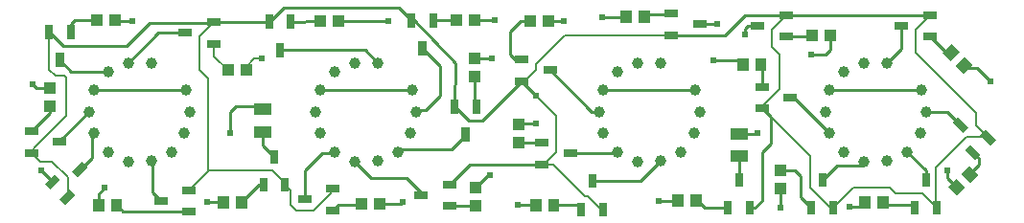
<source format=gtl>
G04 Layer: TopLayer*
G04 EasyEDA v6.4.24, 2021-09-25T18:24:48+02:00*
G04 92b9668f88874301bfa8342a5f0d0e57,f5a38c858c354eb5b90fd3f81420cce3,10*
G04 Gerber Generator version 0.2*
G04 Scale: 100 percent, Rotated: No, Reflected: No *
G04 Dimensions in millimeters *
G04 leading zeros omitted , absolute positions ,4 integer and 5 decimal *
%FSLAX45Y45*%
%MOMM*%

%ADD10C,0.2540*%
%ADD11C,0.1500*%
%ADD12C,0.6096*%
%ADD13C,0.6100*%
%ADD14C,0.6050*%
%ADD15R,0.7000X1.2500*%
%ADD16R,1.2500X0.7000*%
%ADD17R,1.0000X1.1000*%
%ADD18R,1.1000X1.0000*%
%ADD19R,1.5500X1.0000*%
%ADD20C,1.0000*%

%LPD*%
D11*
X1902968Y-209804D02*
G01*
X1775968Y-336804D01*
X1775968Y-632968D01*
X1854200Y-711200D01*
X1854200Y-1528571D01*
X1687068Y-1695704D01*
D10*
X3985768Y-1644904D02*
G01*
X4163568Y-1467104D01*
X4802631Y-1466595D01*
D11*
X7372095Y-1852168D02*
G01*
X7351268Y-1852168D01*
X7168895Y-1669795D01*
X7168895Y-1394460D01*
X6745731Y-971295D01*
D10*
X6745731Y-971295D02*
G01*
X6819900Y-1045463D01*
X6819900Y-1282700D01*
X6743700Y-1358900D01*
X6743700Y-1790700D01*
X6682231Y-1852168D01*
X6635495Y-1852168D01*
X6957568Y-336295D02*
G01*
X7178309Y-336295D01*
X7184405Y-330200D01*
X7344399Y-330200D02*
G01*
X7344399Y-453400D01*
X7302500Y-495300D01*
X7175500Y-495300D01*
X6311900Y-546100D02*
G01*
X6536700Y-546100D01*
X6574800Y-584200D01*
X6734809Y-584200D02*
G01*
X6745731Y-584200D01*
X6745731Y-781304D01*
X5829300Y-1790700D02*
G01*
X6003305Y-1790700D01*
X6540500Y-1195400D02*
G01*
X6676999Y-1195400D01*
X6678599Y-1193800D01*
X6705600Y-1193800D01*
X6540500Y-1602234D02*
G01*
X6540500Y-1395399D01*
X6445504Y-1852168D02*
G01*
X6242304Y-1852168D01*
X6180836Y-1790700D01*
X6163294Y-1790700D01*
X6908800Y-1680182D02*
G01*
X6908800Y-1854200D01*
X6995668Y-876300D02*
G01*
X7029399Y-876300D01*
X7343602Y-1190500D01*
X7277100Y-1602231D02*
G01*
X7404100Y-1475231D01*
X7617663Y-1475231D01*
X7648397Y-1444497D01*
X7182104Y-1852168D02*
G01*
X7086600Y-1756663D01*
X7086600Y-1574800D01*
X7031990Y-1520189D01*
X6908800Y-1520189D01*
X7654317Y-1803400D02*
G01*
X7616217Y-1841500D01*
X7518400Y-1841500D01*
X7814309Y-1803400D02*
G01*
X7814309Y-1828800D01*
X8073136Y-1828800D01*
X8096504Y-1852168D01*
X8191500Y-1602231D02*
G01*
X8191500Y-1517700D01*
X8029402Y-1355600D01*
X8465131Y-1669468D02*
G01*
X8382000Y-1586334D01*
X8382000Y-1524000D01*
X8606281Y-1361947D02*
G01*
X8661400Y-1417065D01*
X8661400Y-1473200D01*
X8578341Y-1556257D01*
X8496833Y-1118133D02*
G01*
X8378697Y-999997D01*
X8194497Y-999997D01*
X7343597Y-809497D02*
G01*
X8156397Y-809497D01*
X7977631Y-241300D02*
G01*
X7977631Y-442170D01*
X7851602Y-568200D01*
X8527468Y-589968D02*
G01*
X8552868Y-615368D01*
X8641768Y-615368D01*
X8763000Y-736600D01*
X8227568Y-336295D02*
G01*
X8379968Y-488695D01*
X8402472Y-488695D01*
X8414334Y-476834D01*
X8227565Y-146304D02*
G01*
X6957542Y-146304D01*
X6957542Y-146304D01*
X6591300Y-317500D02*
G01*
X6591300Y-266700D01*
X6616700Y-241300D01*
X6707631Y-241300D01*
X6957542Y-146304D02*
G01*
X6591300Y-146304D01*
X6414008Y-323595D01*
X5945634Y-323595D01*
X5343601Y-809497D02*
G01*
X6156401Y-809497D01*
X3651504Y-192531D02*
G01*
X3672331Y-192531D01*
X4038600Y-571500D01*
X4032504Y-954531D01*
X6195568Y-228600D02*
G01*
X6345732Y-228600D01*
X5706109Y-165100D02*
G01*
X5706109Y-139700D01*
X5939536Y-139700D01*
X5945631Y-133604D01*
D11*
X4636261Y-741426D02*
G01*
X4746243Y-631444D01*
X4746243Y-576579D01*
X4999227Y-323595D01*
X5945631Y-323595D01*
D10*
X4032504Y-954531D02*
G01*
X4159504Y-1081531D01*
X4273295Y-1081531D01*
X4624831Y-729995D01*
X4624831Y-729995D02*
G01*
X4751204Y-856368D01*
X5546105Y-165100D02*
G01*
X5461000Y-165100D01*
X5334000Y-165100D01*
X4695190Y-203200D02*
G01*
X4610100Y-203200D01*
X4521200Y-292100D01*
X4521200Y-495300D01*
X4565904Y-540004D01*
X4624831Y-540004D01*
X4855194Y-203200D02*
G01*
X4991100Y-203200D01*
X4203700Y-689584D02*
G01*
X4203700Y-935730D01*
X4222501Y-954534D01*
X4203700Y-529597D02*
G01*
X4352297Y-529597D01*
X4356100Y-533400D01*
X4207494Y-190500D02*
G01*
X4381500Y-190500D01*
X3841501Y-192534D02*
G01*
X4070101Y-192534D01*
X4068069Y-190500D01*
X4047515Y-190500D01*
X3746500Y-442468D02*
G01*
X3898900Y-594868D01*
X3898900Y-863600D01*
X3771900Y-990600D01*
X3703904Y-990600D01*
X3694506Y-999997D01*
X4597400Y-1113797D02*
G01*
X4606297Y-1104900D01*
X4749800Y-1104900D01*
X4597400Y-1273794D02*
G01*
X4775200Y-1273794D01*
X4778009Y-1276604D01*
X4802631Y-1276604D01*
X4874768Y-635000D02*
G01*
X5239765Y-999997D01*
X5305501Y-999997D01*
X5052568Y-1371600D02*
G01*
X5454599Y-1371600D01*
X5470598Y-1355600D01*
X5245100Y-1614931D02*
G01*
X5668467Y-1614931D01*
X5851601Y-1431797D01*
X4905994Y-1828800D02*
G01*
X5114036Y-1828800D01*
X5150104Y-1864868D01*
X4746005Y-1828800D02*
G01*
X4584700Y-1828800D01*
X4216400Y-1672600D02*
G01*
X4318000Y-1571000D01*
X4334499Y-1571000D01*
X4343400Y-1562100D01*
X3985768Y-1834895D02*
G01*
X3988081Y-1832582D01*
X4216400Y-1832582D01*
X2843606Y-809497D02*
G01*
X3656406Y-809497D01*
X4127500Y-1204468D02*
G01*
X4000500Y-1331468D01*
X3553536Y-1331468D01*
X3529406Y-1355597D01*
X3148329Y-1444497D02*
G01*
X3289300Y-1587500D01*
X3606800Y-1587500D01*
X3735831Y-1716531D01*
X3735831Y-1739900D01*
X3369299Y-1816100D02*
G01*
X3556000Y-1816100D01*
X3568700Y-1803400D01*
X2957068Y-1872995D02*
G01*
X3007868Y-1822195D01*
X3203209Y-1822195D01*
X3209305Y-1816100D01*
X2707131Y-1778000D02*
G01*
X2707131Y-1524000D01*
X2859531Y-1371600D01*
X2954604Y-1371600D01*
X2970606Y-1355597D01*
X2150084Y-1803400D02*
G01*
X2304519Y-1648965D01*
X2343398Y-1648965D01*
X1841500Y-1803400D02*
G01*
X1990092Y-1803400D01*
X1437131Y-1790700D02*
G01*
X1360931Y-1714500D01*
X1360931Y-1441119D01*
X1351610Y-1431797D01*
X1045194Y-1828800D02*
G01*
X1102090Y-1885695D01*
X1687068Y-1885695D01*
X885197Y-1828800D02*
G01*
X885197Y-1731002D01*
X939800Y-1676400D01*
X723366Y-1511833D02*
G01*
X824966Y-1410233D01*
X824966Y-1209141D01*
X843607Y-1190500D01*
X381000Y-1524000D02*
G01*
X478383Y-1621383D01*
X479475Y-1621383D01*
X544068Y-1270000D02*
G01*
X544068Y-1261440D01*
X805507Y-1000000D01*
X457200Y-796315D02*
G01*
X339115Y-796315D01*
X304800Y-762000D01*
X294131Y-1175004D02*
G01*
X457200Y-1011936D01*
X457200Y-956310D01*
D11*
X451104Y-294131D02*
G01*
X451104Y-628904D01*
X508000Y-685800D01*
X584200Y-685800D01*
X596900Y-698500D01*
X596900Y-1041400D01*
X317500Y-1320800D01*
X294131Y-1364995D01*
X294131Y-1364995D01*
D10*
X546100Y-544068D02*
G01*
X646429Y-644397D01*
X970610Y-644397D01*
X843610Y-809497D02*
G01*
X1656410Y-809497D01*
X1653031Y-304800D02*
G01*
X1411808Y-304800D01*
X1148407Y-568200D01*
X1181100Y-203200D02*
G01*
X1045202Y-203200D01*
X1032502Y-190500D01*
X641095Y-294131D02*
G01*
X641095Y-222504D01*
X673100Y-190500D01*
X872489Y-190500D01*
X451104Y-294131D02*
G01*
X576071Y-419100D01*
X1130300Y-419100D01*
X1333500Y-215900D01*
X1896871Y-215900D01*
X1902968Y-209804D01*
X2394204Y-205231D02*
G01*
X2521204Y-78231D01*
X3537204Y-78231D01*
X3651504Y-192531D01*
X2489200Y-455168D02*
G01*
X3238576Y-455168D01*
X3351606Y-568197D01*
X3000994Y-203200D02*
G01*
X3331194Y-203200D01*
X3441700Y-203200D01*
X2584195Y-205231D02*
G01*
X2840990Y-203200D01*
X1902968Y-209804D02*
G01*
X2389631Y-209804D01*
X2394204Y-205231D01*
X2438400Y-1399031D02*
G01*
X2336800Y-1297431D01*
X2336800Y-1179499D01*
X2047722Y-1190497D02*
G01*
X2047722Y-1003300D01*
X2098522Y-952500D01*
X2309799Y-952500D01*
X2336800Y-979500D01*
D11*
X4751324Y-856487D02*
G01*
X4929631Y-1034795D01*
X4929631Y-1356868D01*
X4819904Y-1466595D01*
X4802631Y-1466595D01*
X1687068Y-1695704D02*
G01*
X1864868Y-1517904D01*
X2423668Y-1517904D01*
X2533395Y-1627631D01*
X2533395Y-1648968D01*
X1902965Y-399795D02*
G01*
X1902965Y-509750D01*
X2028215Y-635000D01*
X4802631Y-1466595D02*
G01*
X4902200Y-1466595D01*
X5181600Y-1745995D01*
X5207000Y-1745995D01*
X5325872Y-1864868D01*
X5340095Y-1864868D01*
X2533395Y-1648968D02*
G01*
X2584195Y-1699768D01*
X2584195Y-1826768D01*
X2634995Y-1877568D01*
X2787395Y-1877568D01*
X2939795Y-1725168D01*
X2939795Y-1700276D01*
X2957068Y-1683004D01*
X294131Y-1364995D02*
G01*
X370331Y-1441195D01*
X471931Y-1441195D01*
X613816Y-1583080D01*
X613816Y-1755724D01*
X8286495Y-1852168D02*
G01*
X8161527Y-1727200D01*
X7924800Y-1727200D01*
X7874000Y-1676400D01*
X7547863Y-1676400D01*
X7372095Y-1852168D01*
X8740736Y-1227693D02*
G01*
X8551306Y-1227693D01*
X8280400Y-1498600D01*
X8280400Y-1803400D01*
X8286495Y-1809495D01*
X8286495Y-1852168D01*
X8227568Y-146304D02*
G01*
X8100568Y-273304D01*
X8100568Y-476504D01*
X8633968Y-1009904D01*
X8633968Y-1120924D01*
X8740736Y-1227693D01*
X6957568Y-146304D02*
G01*
X6830568Y-273304D01*
X6830568Y-429768D01*
X6896100Y-495300D01*
X6896100Y-800100D01*
X6745731Y-950468D01*
X6745731Y-971295D01*
X2188209Y-635000D02*
G01*
X2188209Y-605789D01*
X2260600Y-533400D01*
X2324100Y-533400D01*
G36*
X2454198Y-392671D02*
G01*
X2524201Y-392671D01*
X2524201Y-517667D01*
X2454198Y-517667D01*
G37*
G36*
X2359202Y-142732D02*
G01*
X2429205Y-142732D01*
X2429207Y-267731D01*
X2359202Y-267731D01*
G37*
G36*
X2549194Y-142732D02*
G01*
X2619197Y-142732D01*
X2619197Y-267731D01*
X2549192Y-267731D01*
G37*
D16*
G01*
X2707131Y-1778000D03*
G01*
X2957068Y-1683004D03*
G01*
X2957068Y-1872995D03*
G36*
X703922Y-1580776D02*
G01*
X654423Y-1531277D01*
X742810Y-1442890D01*
X792309Y-1492389D01*
G37*
G36*
X594362Y-1824680D02*
G01*
X544863Y-1775183D01*
X633249Y-1686793D01*
X682749Y-1736293D01*
G37*
G36*
X460016Y-1690336D02*
G01*
X410519Y-1640837D01*
X498906Y-1552450D01*
X548406Y-1601950D01*
G37*
G01*
X544068Y-1270000D03*
G01*
X294131Y-1364995D03*
G01*
X294131Y-1175004D03*
G36*
X3711498Y-379968D02*
G01*
X3781501Y-379968D01*
X3781501Y-504967D01*
X3711498Y-504967D01*
G37*
G36*
X3616502Y-130032D02*
G01*
X3686505Y-130032D01*
X3686505Y-255031D01*
X3616502Y-255031D01*
G37*
G36*
X3806494Y-130032D02*
G01*
X3876497Y-130032D01*
X3876497Y-255031D01*
X3806494Y-255031D01*
G37*
G36*
X4092498Y-1141971D02*
G01*
X4162501Y-1141971D01*
X4162501Y-1266967D01*
X4092498Y-1266967D01*
G37*
G36*
X3997502Y-892032D02*
G01*
X4067505Y-892032D01*
X4067507Y-1017031D01*
X3997502Y-1017031D01*
G37*
G36*
X4187494Y-892032D02*
G01*
X4257497Y-892032D01*
X4257497Y-1017031D01*
X4187492Y-1017031D01*
G37*
G01*
X1437131Y-1790700D03*
G01*
X1687068Y-1695704D03*
G01*
X1687068Y-1885695D03*
G01*
X3735831Y-1739900D03*
G01*
X3985768Y-1644904D03*
G01*
X3985768Y-1834895D03*
G36*
X511098Y-481571D02*
G01*
X581101Y-481571D01*
X581101Y-606567D01*
X511098Y-606567D01*
G37*
G36*
X416102Y-231632D02*
G01*
X486105Y-231632D01*
X486107Y-356631D01*
X416102Y-356631D01*
G37*
G36*
X606094Y-231632D02*
G01*
X676097Y-231632D01*
X676097Y-356631D01*
X606092Y-356631D01*
G37*
G01*
X1653031Y-304800D03*
G01*
X1902968Y-209804D03*
G01*
X1902968Y-399795D03*
D15*
G01*
X2438400Y-1399031D03*
G01*
X2533395Y-1648968D03*
G01*
X2343404Y-1648968D03*
G01*
X6540500Y-1602231D03*
G01*
X6635495Y-1852168D03*
G01*
X6445504Y-1852168D03*
D16*
G01*
X6195568Y-228600D03*
G01*
X5945631Y-323595D03*
G01*
X5945631Y-133604D03*
G01*
X6707631Y-241300D03*
G01*
X6957568Y-146304D03*
G01*
X6957568Y-336295D03*
D15*
G01*
X7277100Y-1602231D03*
G01*
X7372095Y-1852168D03*
G01*
X7182104Y-1852168D03*
G01*
X5245100Y-1614931D03*
G01*
X5340095Y-1864868D03*
G01*
X5150104Y-1864868D03*
G01*
X8191500Y-1602231D03*
G01*
X8286495Y-1852168D03*
G01*
X8096504Y-1852168D03*
G36*
X8565776Y-1137577D02*
G01*
X8516277Y-1187076D01*
X8427890Y-1098689D01*
X8477389Y-1049190D01*
G37*
G36*
X8809680Y-1247137D02*
G01*
X8760183Y-1296636D01*
X8671793Y-1208250D01*
X8721293Y-1158750D01*
G37*
G36*
X8675336Y-1381483D02*
G01*
X8625837Y-1430980D01*
X8537450Y-1342593D01*
X8586950Y-1293093D01*
G37*
D16*
G01*
X4874768Y-635000D03*
G01*
X4624831Y-729995D03*
G01*
X4624831Y-540004D03*
G01*
X6995668Y-876300D03*
G01*
X6745731Y-971295D03*
G01*
X6745731Y-781304D03*
G01*
X5052568Y-1371600D03*
G01*
X4802631Y-1466595D03*
G01*
X4802631Y-1276604D03*
G01*
X7977631Y-241300D03*
G01*
X8227568Y-146304D03*
G01*
X8227568Y-336295D03*
G36*
X2100107Y-1748398D02*
G01*
X2200107Y-1748398D01*
X2200107Y-1858401D01*
X2100107Y-1858401D01*
G37*
G36*
X1940107Y-1748398D02*
G01*
X2040107Y-1748398D01*
X2040107Y-1858401D01*
X1940107Y-1858401D01*
G37*
D17*
G01*
X2840990Y-203200D03*
G01*
X3000984Y-203200D03*
G01*
X3209290Y-1816100D03*
G01*
X3369284Y-1816100D03*
G01*
X4047490Y-190500D03*
G01*
X4207484Y-190500D03*
D18*
G01*
X4203700Y-689610D03*
G01*
X4203700Y-529615D03*
G36*
X995207Y-1773798D02*
G01*
X1095207Y-1773798D01*
X1095207Y-1883801D01*
X995207Y-1883801D01*
G37*
G36*
X835207Y-1773798D02*
G01*
X935207Y-1773798D01*
X935207Y-1883801D01*
X835207Y-1883801D01*
G37*
G01*
X4216400Y-1832610D03*
G01*
X4216400Y-1672615D03*
D17*
G01*
X872489Y-190500D03*
G01*
X1032484Y-190500D03*
G36*
X6113307Y-1735698D02*
G01*
X6213307Y-1735698D01*
X6213307Y-1845701D01*
X6113307Y-1845701D01*
G37*
G36*
X5953307Y-1735698D02*
G01*
X6053307Y-1735698D01*
X6053307Y-1845701D01*
X5953307Y-1845701D01*
G37*
G36*
X8410790Y-551073D02*
G01*
X8340079Y-480362D01*
X8417862Y-402579D01*
X8488573Y-473290D01*
G37*
G36*
X8523927Y-664210D02*
G01*
X8453216Y-593498D01*
X8530998Y-515716D01*
X8601709Y-586427D01*
G37*
D18*
G01*
X4597400Y-1273810D03*
G01*
X4597400Y-1113815D03*
G36*
X6684807Y-529198D02*
G01*
X6784807Y-529198D01*
X6784807Y-639201D01*
X6684807Y-639201D01*
G37*
G36*
X6524807Y-529198D02*
G01*
X6624807Y-529198D01*
X6624807Y-639201D01*
X6524807Y-639201D01*
G37*
D17*
G01*
X4695190Y-203200D03*
G01*
X4855184Y-203200D03*
G36*
X8504026Y-1552790D02*
G01*
X8574737Y-1482079D01*
X8652520Y-1559862D01*
X8581809Y-1630573D01*
G37*
G36*
X8390890Y-1665927D02*
G01*
X8461601Y-1595216D01*
X8539383Y-1672998D01*
X8468672Y-1743710D01*
G37*
G36*
X7764307Y-1748398D02*
G01*
X7864307Y-1748398D01*
X7864307Y-1858401D01*
X7764307Y-1858401D01*
G37*
G36*
X7604307Y-1748398D02*
G01*
X7704307Y-1748398D01*
X7704307Y-1858401D01*
X7604307Y-1858401D01*
G37*
G36*
X4856007Y-1773798D02*
G01*
X4956007Y-1773798D01*
X4956007Y-1883801D01*
X4856007Y-1883801D01*
G37*
G36*
X4696007Y-1773798D02*
G01*
X4796007Y-1773798D01*
X4796007Y-1883801D01*
X4696007Y-1883801D01*
G37*
D18*
G01*
X6908800Y-1520189D03*
G01*
X6908800Y-1680184D03*
D17*
G01*
X7184390Y-330200D03*
G01*
X7344384Y-330200D03*
G36*
X5656107Y-110098D02*
G01*
X5756107Y-110098D01*
X5756107Y-220101D01*
X5656107Y-220101D01*
G37*
G36*
X5496107Y-110098D02*
G01*
X5596107Y-110098D01*
X5596107Y-220101D01*
X5496107Y-220101D01*
G37*
G01*
X2028190Y-635000D03*
G01*
X2188184Y-635000D03*
D18*
G01*
X457200Y-956310D03*
G01*
X457200Y-796315D03*
D19*
G01*
X2336800Y-979500D03*
G01*
X2336800Y-1179499D03*
G01*
X6540500Y-1195400D03*
G01*
X6540500Y-1395399D03*
D20*
G01*
X1694510Y-999997D03*
G01*
X805510Y-999997D03*
G01*
X1656410Y-809497D03*
G01*
X843610Y-809497D03*
G01*
X843610Y-1190497D03*
G01*
X1643710Y-1190497D03*
G01*
X1529410Y-1355597D03*
G01*
X970610Y-1355597D03*
G01*
X1351610Y-1431797D03*
G01*
X1148410Y-1444497D03*
G01*
X1351610Y-568197D03*
G01*
X1148410Y-568197D03*
G01*
X970610Y-644397D03*
G01*
X3694506Y-999997D03*
G01*
X2805506Y-999997D03*
G01*
X3656406Y-809497D03*
G01*
X2843606Y-809497D03*
G01*
X2843606Y-1190497D03*
G01*
X3643706Y-1190497D03*
G01*
X3529406Y-1355597D03*
G01*
X2970606Y-1355597D03*
G01*
X3351606Y-1431797D03*
G01*
X3148406Y-1444497D03*
G01*
X3351606Y-568197D03*
G01*
X3148406Y-568197D03*
G01*
X2970606Y-644397D03*
G01*
X6194501Y-999997D03*
G01*
X5305501Y-999997D03*
G01*
X6156401Y-809497D03*
G01*
X5343601Y-809497D03*
G01*
X5343601Y-1190497D03*
G01*
X6143701Y-1190497D03*
G01*
X6029401Y-1355597D03*
G01*
X5470601Y-1355597D03*
G01*
X5851601Y-1431797D03*
G01*
X5648401Y-1444497D03*
G01*
X5851601Y-568197D03*
G01*
X5648401Y-568197D03*
G01*
X5470601Y-644397D03*
G01*
X8194497Y-999997D03*
G01*
X7305497Y-999997D03*
G01*
X8156397Y-809497D03*
G01*
X7343597Y-809497D03*
G01*
X7343597Y-1190497D03*
G01*
X8143697Y-1190497D03*
G01*
X8029397Y-1355597D03*
G01*
X7470597Y-1355597D03*
G01*
X7851597Y-1431797D03*
G01*
X7648397Y-1444497D03*
G01*
X7851597Y-568197D03*
G01*
X7648397Y-568197D03*
G01*
X7470597Y-644397D03*
D12*
G01*
X8763000Y-736600D03*
G01*
X8382000Y-1524000D03*
G01*
X7518400Y-1841500D03*
G01*
X6908800Y-1854200D03*
G01*
X5829300Y-1790700D03*
G01*
X7175500Y-495300D03*
G01*
X6311900Y-546100D03*
G01*
X1841500Y-1803400D03*
G01*
X3568700Y-1803400D03*
G01*
X4584700Y-1828800D03*
G01*
X4343400Y-1562100D03*
G01*
X4749800Y-1104900D03*
G01*
X5334000Y-165100D03*
G01*
X4991100Y-203200D03*
G01*
X4381500Y-190500D03*
G01*
X4356100Y-533400D03*
G01*
X3441700Y-203200D03*
G01*
X2324100Y-533400D03*
G01*
X939800Y-1676400D03*
G01*
X1181100Y-203200D03*
G01*
X381000Y-1524000D03*
D13*
G01*
X6345732Y-228600D03*
G01*
X6591300Y-317500D03*
G01*
X6705600Y-1193800D03*
G01*
X2047722Y-1190497D03*
D14*
G01*
X4751197Y-856361D03*
D12*
G01*
X304800Y-762000D03*
M02*

</source>
